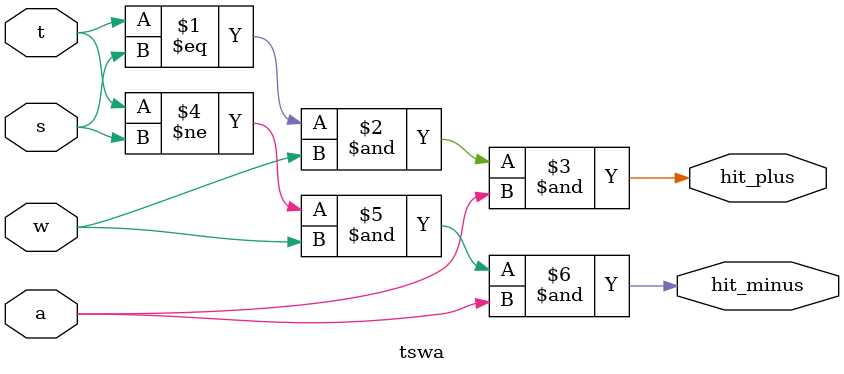
<source format=v>
module tswa(
	input t,s,w,a,
	output hit_plus,hit_minus
	);

    assign hit_plus  = (t == s) & w & a;
	assign hit_minus = (t != s) & w & a;

endmodule
</source>
